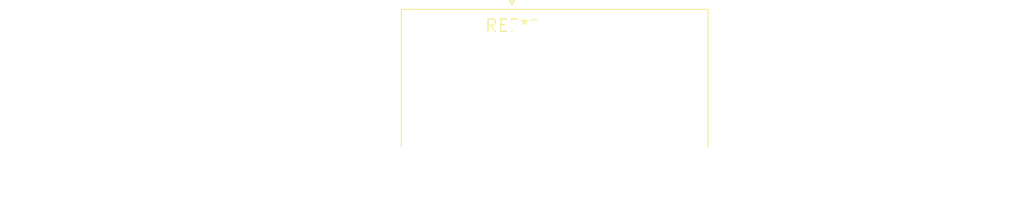
<source format=kicad_pcb>
(kicad_pcb (version 20240108) (generator pcbnew)
  (layers (0 "F.Cu" signal) (31 "B.Cu" signal) (34 "B.Paste" user) (35 "F.Paste" user) (36 "B.SilkS" user "B.Silkscreen") (37 "F.SilkS" user "F.Silkscreen") (38 "B.Mask" user) (39 "F.Mask" user) (44 "Edge.Cuts" user))
  (net 0 "")
  (footprint "DSUB-15-HD_Male_Horizontal_P2.29x1.98mm_EdgePinOffset8.35mm_Housed_MountingHolesOffset10.89mm" (layer "F.Cu") (at 0 0)
    (property "Reference" "REF**")
    (property "Value" "DSUB-15-HD_Male_Horizontal_P2.29x1.98mm_EdgePinOffset8.35mm_Housed_MountingHolesOffset10.89mm")
    (fp_line (start -11.17 -1.64) (end 19.8 -1.64) (layer "F.SilkS") (stroke (width 0.12)))
    (fp_line (start -11.17 12.25) (end -11.17 -1.64) (layer "F.SilkS") (stroke (width 0.12)))
    (fp_line (start -0.25 -2.534338) (end 0.25 -2.534338) (layer "F.SilkS") (stroke (width 0.12)))
    (fp_line (start 0 -2.101325) (end -0.25 -2.534338) (layer "F.SilkS") (stroke (width 0.12)))
    (fp_line (start 0.25 -2.534338) (end 0 -2.101325) (layer "F.SilkS") (stroke (width 0.12)))
    (fp_line (start 19.8 -1.64) (end 19.8 12.25) (layer "F.SilkS") (stroke (width 0.12)))
    (pad "0" thru_hole circle (at -8.185 1.42) (size 4 4) (drill 3.2) (layers *.Cu *.Mask) (remove_unused_layers))
    (pad "0" thru_hole circle (at 16.815 1.42) (size 4 4) (drill 3.2) (layers *.Cu *.Mask) (remove_unused_layers))
    (pad "1" thru_hole rect (at 0 0) (size 1.6 1.6) (drill 1) (layers *.Cu *.Mask) (remove_unused_layers))
    (pad "2" thru_hole circle (at 2.29 0) (size 1.6 1.6) (drill 1) (layers *.Cu *.Mask) (remove_unused_layers))
    (pad "3" thru_hole circle (at 4.58 0) (size 1.6 1.6) (drill 1) (layers *.Cu *.Mask) (remove_unused_layers))
    (pad "4" thru_hole circle (at 6.87 0) (size 1.6 1.6) (drill 1) (layers *.Cu *.Mask) (remove_unused_layers))
    (pad "5" thru_hole circle (at 9.16 0) (size 1.6 1.6) (drill 1) (layers *.Cu *.Mask) (remove_unused_layers))
    (pad "6" thru_hole circle (at -1.145 1.98) (size 1.6 1.6) (drill 1) (layers *.Cu *.Mask) (remove_unused_layers))
    (pad "7" thru_hole circle (at 1.145 1.98) (size 1.6 1.6) (drill 1) (layers *.Cu *.Mask) (remove_unused_layers))
    (pad "8" thru_hole circle (at 3.435 1.98) (size 1.6 1.6) (drill 1) (layers *.Cu *.Mask) (remove_unused_layers))
    (pad "9" thru_hole circle (at 5.725 1.98) (size 1.6 1.6) (drill 1) (layers *.Cu *.Mask) (remove_unused_layers))
    (pad "10" thru_hole circle (at 8.015 1.98) (size 1.6 1.6) (drill 1) (layers *.Cu *.Mask) (remove_unused_layers))
    (pad "11" thru_hole circle (at 0 3.96) (size 1.6 1.6) (drill 1) (layers *.Cu *.Mask) (remove_unused_layers))
    (pad "12" thru_hole circle (at 2.29 3.96) (size 1.6 1.6) (drill 1) (layers *.Cu *.Mask) (remove_unused_layers))
    (pad "13" thru_hole circle (at 4.58 3.96) (size 1.6 1.6) (drill 1) (layers *.Cu *.Mask) (remove_unused_layers))
    (pad "14" thru_hole circle (at 6.87 3.96) (size 1.6 1.6) (drill 1) (layers *.Cu *.Mask) (remove_unused_layers))
    (pad "15" thru_hole circle (at 9.16 3.96) (size 1.6 1.6) (drill 1) (layers *.Cu *.Mask) (remove_unused_layers))
  )
)
</source>
